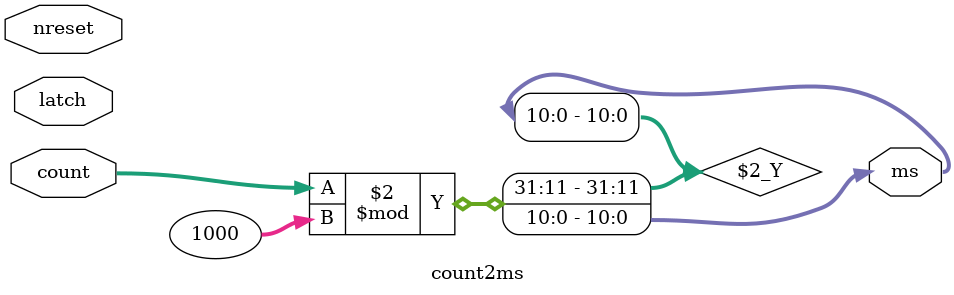
<source format=v>
module count2ms(
    count,      // Number of pulses counted
    latch,      // Enabling latching the output
    nreset,     // Resetting the output to 000
    ms          // Output in ms
);

parameter BITS = 4;

// Defining I/O
input [BITS-1 : 0] count;
input latch, nreset;

output [10:0] ms;

// Defining Data Types
wire [BITS-1 : 0] count;
wire latch, nreset;

reg [10:0] ms;

// Code

always @(*) begin
    ms <= count % 1000;
end

endmodule
</source>
